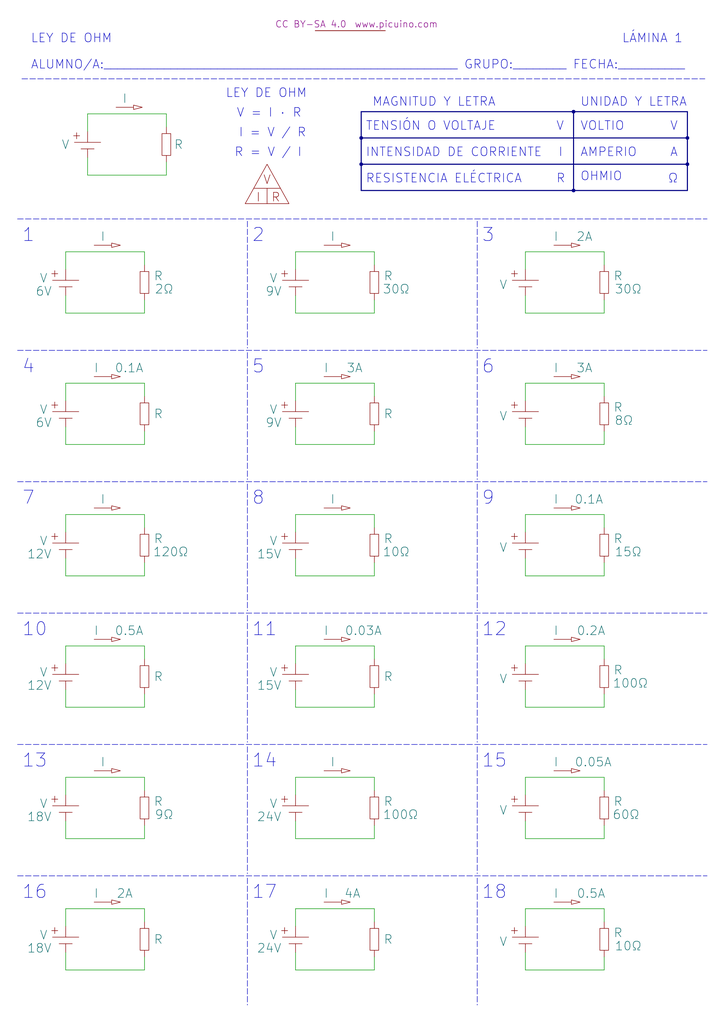
<source format=kicad_sch>
(kicad_sch (version 20211123) (generator eeschema)
  (paper "A4" portrait)
  (title_block (title "Ley de Ohm") (date "2021-05-15") (company "www.picuino.com") (comment 1 "Copyright (c) 2021 by Carlos Pardo") (comment 2 "License CC BY-SA 4.0"))
  (lib_symbols
    (symbol "electric-ley-ohm-inicio-rescue:CopyRight-simbolos" (pin_names (offset 1.016))
      (property "License" "CC BY-SA 4.0" (at -1.27 -1.27 0))
      (property "Web" "www.picuino.com" (at 0 -1.27 0))
      (symbol "CopyRight-simbolos_0_1"
        (polyline (pts (xy -10.16 0) (xy 10.16 0)) (stroke (width 0.2032)))
      )
    )
    (symbol "electric-ley-ohm-inicio-rescue:Ley_Ohm-simbolos" (pin_names (offset 1.016))
      (symbol "Ley_Ohm-simbolos_0_0"
        (text "I" (at -2.54 1.905 0) (effects (font (size 2.54 2.54))))
        (text "R" (at 2.54 1.905 0) (effects (font (size 2.54 2.54))))
        (text "V" (at 0 6.985 0) (effects (font (size 2.54 2.54))))
      )
      (symbol "Ley_Ohm-simbolos_0_1"
        (polyline (pts (xy -6.35 0) (xy 6.35 0)))
        (polyline (pts (xy -3.81 4.445) (xy 3.81 4.445)))
        (polyline (pts (xy 0 4.445) (xy 0 0)))
        (polyline (pts (xy -6.35 0) (xy 0 11.43) (xy 6.35 0)))
      )
    )
    (symbol "electric-ley-ohm-inicio-rescue:Pila-simbolos" (pin_names (offset 1.016))
      (property "Reference" "V" (at 5.08 -4.445 0))
      (symbol "Pila-simbolos_0_1"
        (polyline (pts (xy -4.064 -1.27) (xy -2.286 -1.27)))
        (polyline (pts (xy -3.81 -3.175) (xy 3.81 -3.175)))
        (polyline (pts (xy -3.175 -0.381) (xy -3.175 -2.159)))
        (polyline (pts (xy -1.905 -5.08) (xy 1.905 -5.08)))
      )
      (symbol "Pila-simbolos_1_1"
        (pin input line (at 0 -7.62 90) (length 2.54) (name "") (number ""))
        (pin input line (at 0 0 270) (length 3.175) (name "") (number ""))
      )
    )
    (symbol "electric-ley-ohm-inicio-rescue:current-simbolos" (pin_names (offset 1.016))
      (property "Reference" "I" (at 2.54 1.27 0))
      (symbol "current-simbolos_0_1"
        (polyline (pts (xy 0 0) (xy 5.08 0) (xy 5.08 0.635) (xy 7.62 0) (xy 5.08 -0.635) (xy 5.08 0)))
      )
    )
    (symbol "electric-ley-ohm-inicio-rescue:resistencia-simbolos" (pin_names (offset 1.016))
      (property "Reference" "R" (at 1.905 -5.08 0))
      (symbol "resistencia-simbolos_0_1"
        (rectangle (start -1.27 -1.905) (end 1.27 -8.255))
      )
      (symbol "resistencia-simbolos_1_1"
        (pin input line (at 0 -10.16 90) (length 1.905) (name "") (number ""))
        (pin input line (at 0 0 270) (length 1.905) (name "") (number ""))
      )
    )
  )
  (junction (at 104.775 47.625))
  (junction (at 166.37 55.245))
  (junction (at 199.39 47.625))
  (junction (at 199.39 40.005))
  (junction (at 166.37 32.385))
  (junction (at 104.775 40.005))
  (wire (pts (xy 19.05 243.205) (xy 41.91 243.205)))
  (polyline (pts (xy 138.43 216.535) (xy 138.43 253.365)))
  (wire (pts (xy 85.725 111.125) (xy 108.585 111.125)))
  (wire (pts (xy 108.585 281.305) (xy 108.585 277.495)))
  (wire (pts (xy 152.4 111.125) (xy 175.26 111.125)))
  (wire (pts (xy 85.725 85.725) (xy 85.725 90.805)))
  (polyline (pts (xy 138.43 178.435) (xy 138.43 215.265)))
  (wire (pts (xy 175.26 281.305) (xy 175.26 277.495)))
  (wire (pts (xy 85.725 192.405) (xy 85.725 187.325)))
  (polyline (pts (xy 138.43 64.135) (xy 138.43 100.965)))
  (wire (pts (xy 108.585 111.125) (xy 108.585 114.935)))
  (wire (pts (xy 152.4 78.105) (xy 152.4 73.025)))
  (wire (pts (xy 41.91 73.025) (xy 41.91 76.835)))
  (bus (pts (xy 104.775 32.385) (xy 104.775 40.005)))
  (wire (pts (xy 175.26 73.025) (xy 175.26 76.835)))
  (wire (pts (xy 108.585 73.025) (xy 108.585 76.835)))
  (wire (pts (xy 41.91 187.325) (xy 41.91 191.135)))
  (bus (pts (xy 104.775 47.625) (xy 104.775 55.245)))
  (wire (pts (xy 48.26 50.8) (xy 48.26 46.99)))
  (wire (pts (xy 152.4 268.605) (xy 152.4 263.525)))
  (wire (pts (xy 175.26 90.805) (xy 175.26 86.995)))
  (polyline (pts (xy 5.08 177.8) (xy 205.105 177.8)))
  (wire (pts (xy 19.05 268.605) (xy 19.05 263.525)))
  (bus (pts (xy 104.775 40.005) (xy 199.39 40.005)))
  (wire (pts (xy 85.725 225.425) (xy 108.585 225.425)))
  (wire (pts (xy 175.26 111.125) (xy 175.26 114.935)))
  (polyline (pts (xy 5.08 215.9) (xy 205.105 215.9)))
  (wire (pts (xy 19.05 90.805) (xy 41.91 90.805)))
  (wire (pts (xy 19.05 116.205) (xy 19.05 111.125)))
  (wire (pts (xy 108.585 167.005) (xy 108.585 163.195)))
  (wire (pts (xy 108.585 90.805) (xy 108.585 86.995)))
  (wire (pts (xy 152.4 90.805) (xy 175.26 90.805)))
  (bus (pts (xy 166.37 32.385) (xy 199.39 32.385)))
  (wire (pts (xy 19.05 123.825) (xy 19.05 128.905)))
  (wire (pts (xy 85.725 238.125) (xy 85.725 243.205)))
  (wire (pts (xy 85.725 187.325) (xy 108.585 187.325)))
  (wire (pts (xy 41.91 243.205) (xy 41.91 239.395)))
  (wire (pts (xy 85.725 149.225) (xy 108.585 149.225)))
  (wire (pts (xy 19.05 192.405) (xy 19.05 187.325)))
  (wire (pts (xy 19.05 78.105) (xy 19.05 73.025)))
  (wire (pts (xy 48.26 33.02) (xy 48.26 36.83)))
  (wire (pts (xy 152.4 205.105) (xy 175.26 205.105)))
  (wire (pts (xy 85.725 123.825) (xy 85.725 128.905)))
  (wire (pts (xy 152.4 123.825) (xy 152.4 128.905)))
  (wire (pts (xy 85.725 90.805) (xy 108.585 90.805)))
  (bus (pts (xy 199.39 47.625) (xy 199.39 55.245)))
  (wire (pts (xy 41.91 149.225) (xy 41.91 153.035)))
  (polyline (pts (xy 6.35 22.86) (xy 204.47 22.86)))
  (wire (pts (xy 85.725 161.925) (xy 85.725 167.005)))
  (wire (pts (xy 19.05 263.525) (xy 41.91 263.525)))
  (wire (pts (xy 152.4 167.005) (xy 175.26 167.005)))
  (bus (pts (xy 166.37 32.385) (xy 166.37 55.245)))
  (wire (pts (xy 85.725 281.305) (xy 108.585 281.305)))
  (wire (pts (xy 19.05 154.305) (xy 19.05 149.225)))
  (wire (pts (xy 152.4 149.225) (xy 175.26 149.225)))
  (polyline (pts (xy 5.08 139.7) (xy 205.105 139.7)))
  (wire (pts (xy 85.725 276.225) (xy 85.725 281.305)))
  (wire (pts (xy 152.4 73.025) (xy 175.26 73.025)))
  (wire (pts (xy 152.4 281.305) (xy 175.26 281.305)))
  (wire (pts (xy 25.4 45.72) (xy 25.4 50.8)))
  (polyline (pts (xy 71.755 64.135) (xy 71.755 100.965)))
  (wire (pts (xy 152.4 276.225) (xy 152.4 281.305)))
  (wire (pts (xy 152.4 230.505) (xy 152.4 225.425)))
  (wire (pts (xy 19.05 205.105) (xy 41.91 205.105)))
  (wire (pts (xy 41.91 225.425) (xy 41.91 229.235)))
  (wire (pts (xy 41.91 128.905) (xy 41.91 125.095)))
  (polyline (pts (xy 5.08 101.6) (xy 205.105 101.6)))
  (wire (pts (xy 152.4 225.425) (xy 175.26 225.425)))
  (wire (pts (xy 175.26 225.425) (xy 175.26 229.235)))
  (wire (pts (xy 108.585 225.425) (xy 108.585 229.235)))
  (wire (pts (xy 41.91 263.525) (xy 41.91 267.335)))
  (wire (pts (xy 108.585 128.905) (xy 108.585 125.095)))
  (wire (pts (xy 85.725 154.305) (xy 85.725 149.225)))
  (bus (pts (xy 104.775 55.245) (xy 166.37 55.245)))
  (wire (pts (xy 19.05 230.505) (xy 19.05 225.425)))
  (bus (pts (xy 199.39 32.385) (xy 199.39 40.005)))
  (wire (pts (xy 85.725 200.025) (xy 85.725 205.105)))
  (wire (pts (xy 19.05 281.305) (xy 41.91 281.305)))
  (wire (pts (xy 85.725 243.205) (xy 108.585 243.205)))
  (polyline (pts (xy 71.755 140.335) (xy 71.755 177.165)))
  (wire (pts (xy 175.26 205.105) (xy 175.26 201.295)))
  (wire (pts (xy 41.91 90.805) (xy 41.91 86.995)))
  (bus (pts (xy 104.775 47.625) (xy 199.39 47.625)))
  (wire (pts (xy 85.725 205.105) (xy 108.585 205.105)))
  (wire (pts (xy 152.4 243.205) (xy 175.26 243.205)))
  (wire (pts (xy 41.91 281.305) (xy 41.91 277.495)))
  (wire (pts (xy 19.05 128.905) (xy 41.91 128.905)))
  (wire (pts (xy 152.4 128.905) (xy 175.26 128.905)))
  (polyline (pts (xy 138.43 254.635) (xy 138.43 291.465)))
  (wire (pts (xy 85.725 263.525) (xy 108.585 263.525)))
  (polyline (pts (xy 71.755 102.235) (xy 71.755 139.065)))
  (wire (pts (xy 152.4 85.725) (xy 152.4 90.805)))
  (wire (pts (xy 19.05 85.725) (xy 19.05 90.805)))
  (wire (pts (xy 19.05 73.025) (xy 41.91 73.025)))
  (wire (pts (xy 85.725 128.905) (xy 108.585 128.905)))
  (wire (pts (xy 19.05 225.425) (xy 41.91 225.425)))
  (wire (pts (xy 152.4 161.925) (xy 152.4 167.005)))
  (wire (pts (xy 152.4 187.325) (xy 175.26 187.325)))
  (polyline (pts (xy 138.43 102.235) (xy 138.43 139.065)))
  (wire (pts (xy 85.725 78.105) (xy 85.725 73.025)))
  (polyline (pts (xy 5.08 254) (xy 205.105 254)))
  (wire (pts (xy 175.26 167.005) (xy 175.26 163.195)))
  (wire (pts (xy 85.725 268.605) (xy 85.725 263.525)))
  (wire (pts (xy 19.05 238.125) (xy 19.05 243.205)))
  (wire (pts (xy 41.91 205.105) (xy 41.91 201.295)))
  (polyline (pts (xy 71.755 178.435) (xy 71.755 215.265)))
  (wire (pts (xy 175.26 128.905) (xy 175.26 125.095)))
  (wire (pts (xy 19.05 276.225) (xy 19.05 281.305)))
  (wire (pts (xy 85.725 230.505) (xy 85.725 225.425)))
  (wire (pts (xy 152.4 192.405) (xy 152.4 187.325)))
  (wire (pts (xy 25.4 33.02) (xy 48.26 33.02)))
  (wire (pts (xy 152.4 116.205) (xy 152.4 111.125)))
  (wire (pts (xy 25.4 38.1) (xy 25.4 33.02)))
  (wire (pts (xy 25.4 50.8) (xy 48.26 50.8)))
  (bus (pts (xy 104.775 32.385) (xy 166.37 32.385)))
  (wire (pts (xy 152.4 263.525) (xy 175.26 263.525)))
  (wire (pts (xy 85.725 116.205) (xy 85.725 111.125)))
  (wire (pts (xy 175.26 263.525) (xy 175.26 267.335)))
  (wire (pts (xy 175.26 149.225) (xy 175.26 153.035)))
  (wire (pts (xy 108.585 187.325) (xy 108.585 191.135)))
  (wire (pts (xy 19.05 167.005) (xy 41.91 167.005)))
  (bus (pts (xy 166.37 55.245) (xy 199.39 55.245)))
  (polyline (pts (xy 71.755 254.635) (xy 71.755 291.465)))
  (wire (pts (xy 19.05 161.925) (xy 19.05 167.005)))
  (wire (pts (xy 85.725 167.005) (xy 108.585 167.005)))
  (polyline (pts (xy 71.755 216.535) (xy 71.755 253.365)))
  (wire (pts (xy 108.585 205.105) (xy 108.585 201.295)))
  (wire (pts (xy 19.05 111.125) (xy 41.91 111.125)))
  (wire (pts (xy 19.05 200.025) (xy 19.05 205.105)))
  (wire (pts (xy 85.725 73.025) (xy 108.585 73.025)))
  (wire (pts (xy 108.585 243.205) (xy 108.585 239.395)))
  (wire (pts (xy 19.05 149.225) (xy 41.91 149.225)))
  (bus (pts (xy 199.39 40.005) (xy 199.39 47.625)))
  (wire (pts (xy 108.585 263.525) (xy 108.585 267.335)))
  (polyline (pts (xy 138.43 140.335) (xy 138.43 177.165)))
  (wire (pts (xy 152.4 238.125) (xy 152.4 243.205)))
  (bus (pts (xy 104.775 40.005) (xy 104.775 47.625)))
  (wire (pts (xy 152.4 200.025) (xy 152.4 205.105)))
  (wire (pts (xy 175.26 243.205) (xy 175.26 239.395)))
  (polyline (pts (xy 5.08 63.5) (xy 205.105 63.5)))
  (wire (pts (xy 41.91 167.005) (xy 41.91 163.195)))
  (wire (pts (xy 108.585 149.225) (xy 108.585 153.035)))
  (wire (pts (xy 41.91 111.125) (xy 41.91 114.935)))
  (wire (pts (xy 152.4 154.305) (xy 152.4 149.225)))
  (wire (pts (xy 175.26 187.325) (xy 175.26 191.135)))
  (wire (pts (xy 19.05 187.325) (xy 41.91 187.325)))
  (text "INTENSIDAD DE CORRIENTE\n" (at 106.045 45.72 0) (effects (font (size 2.54 2.54)) (justify left bottom)))
  (text "I = V / R" (at 69.215 40.005 0) (effects (font (size 2.54 2.54)) (justify left bottom)))
  (text "ALUMNO/A:_____________________________________________________ GRUPO:________ FECHA:__________" (at 8.89 20.32 0) (effects (font (size 2.54 2.54)) (justify left bottom)))
  (text "MAGNITUD Y LETRA" (at 107.95 31.115 0) (effects (font (size 2.54 2.54)) (justify left bottom)))
  (text "8" (at 73.025 146.685 0) (effects (font (size 3.81 3.81)) (justify left bottom)))
  (text "2" (at 73.025 70.485 0) (effects (font (size 3.81 3.81)) (justify left bottom)))
  (text "OHMIO\n" (at 168.275 52.705 0) (effects (font (size 2.54 2.54)) (justify left bottom)))
  (text "UNIDAD Y LETRA" (at 168.275 31.115 0) (effects (font (size 2.54 2.54)) (justify left bottom)))
  (text "RESISTENCIA ELÉCTRICA" (at 106.045 53.34 0) (effects (font (size 2.54 2.54)) (justify left bottom)))
  (text "13" (at 6.35 222.885 0) (effects (font (size 3.81 3.81)) (justify left bottom)))
  (text "LEY DE OHM\n" (at 8.89 12.7 0) (effects (font (size 2.54 2.54)) (justify left bottom)))
  (text "18" (at 139.7 260.985 0) (effects (font (size 3.81 3.81)) (justify left bottom)))
  (text "14" (at 73.025 222.885 0) (effects (font (size 3.81 3.81)) (justify left bottom)))
  (text "V" (at 194.31 38.1 0) (effects (font (size 2.54 2.54)) (justify left bottom)))
  (text "VOLTIO" (at 168.275 38.1 0) (effects (font (size 2.54 2.54)) (justify left bottom)))
  (text "R" (at 161.29 53.34 0) (effects (font (size 2.54 2.54)) (justify left bottom)))
  (text "V = I · R" (at 68.58 34.29 0) (effects (font (size 2.54 2.54)) (justify left bottom)))
  (text "5" (at 73.025 108.585 0) (effects (font (size 3.81 3.81)) (justify left bottom)))
  (text "LEY DE OHM" (at 65.405 28.575 0) (effects (font (size 2.54 2.54)) (justify left bottom)))
  (text "6" (at 139.7 108.585 0) (effects (font (size 3.81 3.81)) (justify left bottom)))
  (text "12" (at 139.7 184.785 0) (effects (font (size 3.81 3.81)) (justify left bottom)))
  (text "7" (at 6.35 146.685 0) (effects (font (size 3.81 3.81)) (justify left bottom)))
  (text "V" (at 161.29 38.1 0) (effects (font (size 2.54 2.54)) (justify left bottom)))
  (text "15" (at 139.7 222.885 0) (effects (font (size 3.81 3.81)) (justify left bottom)))
  (text "I" (at 161.925 45.72 0) (effects (font (size 2.54 2.54)) (justify left bottom)))
  (text "A" (at 194.31 45.72 0) (effects (font (size 2.54 2.54)) (justify left bottom)))
  (text "1" (at 6.35 70.485 0) (effects (font (size 3.81 3.81)) (justify left bottom)))
  (text "AMPERIO" (at 168.275 45.72 0) (effects (font (size 2.54 2.54)) (justify left bottom)))
  (text "TENSIÓN O VOLTAJE" (at 106.045 38.1 0) (effects (font (size 2.54 2.54)) (justify left bottom)))
  (text "3" (at 139.7 70.485 0) (effects (font (size 3.81 3.81)) (justify left bottom)))
  (text "10" (at 6.35 184.785 0) (effects (font (size 3.81 3.81)) (justify left bottom)))
  (text "Ω" (at 193.675 53.34 0) (effects (font (size 2.54 2.54)) (justify left bottom)))
  (text "4" (at 6.35 108.585 0) (effects (font (size 3.81 3.81)) (justify left bottom)))
  (text "LÁMINA 1\n" (at 198.12 12.7 180) (effects (font (size 2.54 2.54)) (justify right bottom)))
  (text "9" (at 139.7 146.685 0) (effects (font (size 3.81 3.81)) (justify left bottom)))
  (text "R = V / I" (at 67.945 45.72 0) (effects (font (size 2.54 2.54)) (justify left bottom)))
  (text "17" (at 73.025 260.985 0) (effects (font (size 3.81 3.81)) (justify left bottom)))
  (text "16" (at 6.35 260.985 0) (effects (font (size 3.81 3.81)) (justify left bottom)))
  (text "11" (at 73.025 184.785 0) (effects (font (size 3.81 3.81)) (justify left bottom)))
  (symbol (lib_id "electric-ley-ohm-inicio-rescue:resistencia-simbolos") (at 48.26 36.83 0) (unit 1)
    (property "Reference" "R" (at 50.3174 41.91 0) (effects (font (size 2.54 2.54)) (justify left)))
    (property "Value" "resistencia" (effects hide))
  )
  (symbol (lib_id "electric-ley-ohm-inicio-rescue:Pila-simbolos") (at 25.4 38.1 0) (unit 1)
    (property "Reference" "V" (at 20.32 41.91 0) (effects (font (size 2.54 2.54)) (justify right)))
    (property "Value" "Pila" (effects hide))
  )
  (symbol (lib_id "electric-ley-ohm-inicio-rescue:current-simbolos") (at 33.655 31.115 0) (unit 1)
    (property "Reference" "I" (at 36.195 28.575 0) (effects (font (size 2.54 2.54))))
    (property "Value" "current" (effects hide))
  )
  (symbol (lib_id "electric-ley-ohm-inicio-rescue:CopyRight-simbolos") (at 101.6 8.89 0) (unit 1)
    (property "Reference" "CP?" (effects hide))
    (property "Value" "CopyRight" (effects hide))
    (property "License" "CC BY-SA 4.0" (at 90.17 6.985 0) (effects (font (size 1.905 1.905))))
    (property "Web" "www.picuino.com" (at 114.935 6.985 0) (effects (font (size 1.905 1.905))))
  )
  (symbol (lib_id "electric-ley-ohm-inicio-rescue:Ley_Ohm-simbolos") (at 77.47 59.055 0) (unit 1)
    (property "Reference" "L?" (effects hide))
    (property "Value" "Ley_Ohm" (effects hide))
  )
  (symbol (lib_id "electric-ley-ohm-inicio-rescue:resistencia-simbolos") (at 41.91 76.835 0) (unit 1)
    (property "Reference" "R" (at 44.45 80.01 0) (effects (font (size 2.54 2.54)) (justify left)))
    (property "Value" "2Ω" (at 47.625 83.82 0) (effects (font (size 2.54 2.54))))
  )
  (symbol (lib_id "electric-ley-ohm-inicio-rescue:Pila-simbolos") (at 19.05 78.105 0) (unit 1)
    (property "Reference" "V" (at 13.97 80.645 0) (effects (font (size 2.54 2.54)) (justify right)))
    (property "Value" "6V" (at 12.7 84.455 0) (effects (font (size 2.54 2.54))))
  )
  (symbol (lib_id "electric-ley-ohm-inicio-rescue:current-simbolos") (at 27.305 71.12 0) (unit 1)
    (property "Reference" "I" (at 29.845 68.58 0) (effects (font (size 2.54 2.54))))
    (property "Value" "current" (effects hide))
  )
  (symbol (lib_id "electric-ley-ohm-inicio-rescue:resistencia-simbolos") (at 41.91 114.935 0) (unit 1)
    (property "Reference" "R" (at 44.45 120.015 0) (effects (font (size 2.54 2.54)) (justify left)))
    (property "Value" "2Ω" (effects hide))
  )
  (symbol (lib_id "electric-ley-ohm-inicio-rescue:Pila-simbolos") (at 19.05 116.205 0) (unit 1)
    (property "Reference" "V" (at 13.97 118.745 0) (effects (font (size 2.54 2.54)) (justify right)))
    (property "Value" "6V" (at 12.7 122.555 0) (effects (font (size 2.54 2.54))))
  )
  (symbol (lib_id "electric-ley-ohm-inicio-rescue:current-simbolos") (at 27.305 109.22 0) (unit 1)
    (property "Reference" "I" (at 27.94 106.68 0) (effects (font (size 2.54 2.54))))
    (property "Value" "0.1A" (at 37.465 106.68 0) (effects (font (size 2.54 2.54))))
  )
  (symbol (lib_id "electric-ley-ohm-inicio-rescue:resistencia-simbolos") (at 41.91 153.035 0) (unit 1)
    (property "Reference" "R" (at 44.45 156.21 0) (effects (font (size 2.54 2.54)) (justify left)))
    (property "Value" "120Ω" (at 49.53 160.02 0) (effects (font (size 2.54 2.54))))
  )
  (symbol (lib_id "electric-ley-ohm-inicio-rescue:Pila-simbolos") (at 19.05 154.305 0) (unit 1)
    (property "Reference" "V" (at 13.97 156.845 0) (effects (font (size 2.54 2.54)) (justify right)))
    (property "Value" "12V" (at 11.43 160.655 0) (effects (font (size 2.54 2.54))))
  )
  (symbol (lib_id "electric-ley-ohm-inicio-rescue:current-simbolos") (at 27.305 147.32 0) (unit 1)
    (property "Reference" "I" (at 29.845 144.78 0) (effects (font (size 2.54 2.54))))
    (property "Value" "current" (effects hide))
  )
  (symbol (lib_id "electric-ley-ohm-inicio-rescue:Pila-simbolos") (at 19.05 192.405 0) (unit 1)
    (property "Reference" "V" (at 13.97 194.945 0) (effects (font (size 2.54 2.54)) (justify right)))
    (property "Value" "12V" (at 11.43 198.755 0) (effects (font (size 2.54 2.54))))
  )
  (symbol (lib_id "electric-ley-ohm-inicio-rescue:resistencia-simbolos") (at 41.91 229.235 0) (unit 1)
    (property "Reference" "R" (at 44.45 232.41 0) (effects (font (size 2.54 2.54)) (justify left)))
    (property "Value" "9Ω" (at 47.625 236.22 0) (effects (font (size 2.54 2.54))))
  )
  (symbol (lib_id "electric-ley-ohm-inicio-rescue:Pila-simbolos") (at 19.05 230.505 0) (unit 1)
    (property "Reference" "V" (at 13.97 233.045 0) (effects (font (size 2.54 2.54)) (justify right)))
    (property "Value" "18V" (at 11.43 236.855 0) (effects (font (size 2.54 2.54))))
  )
  (symbol (lib_id "electric-ley-ohm-inicio-rescue:current-simbolos") (at 27.305 223.52 0) (unit 1)
    (property "Reference" "I" (at 29.845 220.98 0) (effects (font (size 2.54 2.54))))
    (property "Value" "current" (effects hide))
  )
  (symbol (lib_id "electric-ley-ohm-inicio-rescue:Pila-simbolos") (at 19.05 268.605 0) (unit 1)
    (property "Reference" "V" (at 13.97 271.145 0) (effects (font (size 2.54 2.54)) (justify right)))
    (property "Value" "18V" (at 11.43 274.955 0) (effects (font (size 2.54 2.54))))
  )
  (symbol (lib_id "electric-ley-ohm-inicio-rescue:resistencia-simbolos") (at 108.585 76.835 0) (unit 1)
    (property "Reference" "R" (at 111.125 80.01 0) (effects (font (size 2.54 2.54)) (justify left)))
    (property "Value" "30Ω" (at 114.935 83.82 0) (effects (font (size 2.54 2.54))))
  )
  (symbol (lib_id "electric-ley-ohm-inicio-rescue:Pila-simbolos") (at 85.725 78.105 0) (unit 1)
    (property "Reference" "V" (at 80.645 80.645 0) (effects (font (size 2.54 2.54)) (justify right)))
    (property "Value" "9V" (at 79.375 84.455 0) (effects (font (size 2.54 2.54))))
  )
  (symbol (lib_id "electric-ley-ohm-inicio-rescue:current-simbolos") (at 93.98 71.12 0) (unit 1)
    (property "Reference" "I" (at 96.52 68.58 0) (effects (font (size 2.54 2.54))))
    (property "Value" "current" (effects hide))
  )
  (symbol (lib_id "electric-ley-ohm-inicio-rescue:resistencia-simbolos") (at 108.585 114.935 0) (unit 1)
    (property "Reference" "R" (at 111.125 120.015 0) (effects (font (size 2.54 2.54)) (justify left)))
    (property "Value" "2Ω" (effects hide))
  )
  (symbol (lib_id "electric-ley-ohm-inicio-rescue:Pila-simbolos") (at 85.725 116.205 0) (unit 1)
    (property "Reference" "V" (at 80.645 118.745 0) (effects (font (size 2.54 2.54)) (justify right)))
    (property "Value" "9V" (at 79.375 122.555 0) (effects (font (size 2.54 2.54))))
  )
  (symbol (lib_id "electric-ley-ohm-inicio-rescue:current-simbolos") (at 93.98 109.22 0) (unit 1)
    (property "Reference" "I" (at 94.615 106.68 0) (effects (font (size 2.54 2.54))))
    (property "Value" "3A" (at 102.87 106.68 0) (effects (font (size 2.54 2.54))))
  )
  (symbol (lib_id "electric-ley-ohm-inicio-rescue:resistencia-simbolos") (at 108.585 153.035 0) (unit 1)
    (property "Reference" "R" (at 111.125 156.21 0) (effects (font (size 2.54 2.54)) (justify left)))
    (property "Value" "10Ω" (at 114.935 160.02 0) (effects (font (size 2.54 2.54))))
  )
  (symbol (lib_id "electric-ley-ohm-inicio-rescue:Pila-simbolos") (at 85.725 154.305 0) (unit 1)
    (property "Reference" "V" (at 80.645 156.845 0) (effects (font (size 2.54 2.54)) (justify right)))
    (property "Value" "15V" (at 78.105 160.655 0) (effects (font (size 2.54 2.54))))
  )
  (symbol (lib_id "electric-ley-ohm-inicio-rescue:current-simbolos") (at 93.98 147.32 0) (unit 1)
    (property "Reference" "I" (at 96.52 144.78 0) (effects (font (size 2.54 2.54))))
    (property "Value" "current" (effects hide))
  )
  (symbol (lib_id "electric-ley-ohm-inicio-rescue:Pila-simbolos") (at 85.725 192.405 0) (unit 1)
    (property "Reference" "V" (at 80.645 194.945 0) (effects (font (size 2.54 2.54)) (justify right)))
    (property "Value" "15V" (at 78.105 198.755 0) (effects (font (size 2.54 2.54))))
  )
  (symbol (lib_id "electric-ley-ohm-inicio-rescue:resistencia-simbolos") (at 108.585 229.235 0) (unit 1)
    (property "Reference" "R" (at 111.125 232.41 0) (effects (font (size 2.54 2.54)) (justify left)))
    (property "Value" "100Ω" (at 116.205 236.22 0) (effects (font (size 2.54 2.54))))
  )
  (symbol (lib_id "electric-ley-ohm-inicio-rescue:Pila-simbolos") (at 85.725 230.505 0) (unit 1)
    (property "Reference" "V" (at 80.645 233.045 0) (effects (font (size 2.54 2.54)) (justify right)))
    (property "Value" "24V" (at 78.105 236.855 0) (effects (font (size 2.54 2.54))))
  )
  (symbol (lib_id "electric-ley-ohm-inicio-rescue:current-simbolos") (at 93.98 223.52 0) (unit 1)
    (property "Reference" "I" (at 96.52 220.98 0) (effects (font (size 2.54 2.54))))
    (property "Value" "current" (effects hide))
  )
  (symbol (lib_id "electric-ley-ohm-inicio-rescue:Pila-simbolos") (at 85.725 268.605 0) (unit 1)
    (property "Reference" "V" (at 80.645 271.145 0) (effects (font (size 2.54 2.54)) (justify right)))
    (property "Value" "24V" (at 78.105 274.955 0) (effects (font (size 2.54 2.54))))
  )
  (symbol (lib_id "electric-ley-ohm-inicio-rescue:resistencia-simbolos") (at 175.26 76.835 0) (unit 1)
    (property "Reference" "R" (at 177.8 80.01 0) (effects (font (size 2.54 2.54)) (justify left)))
    (property "Value" "30Ω" (at 182.245 83.82 0) (effects (font (size 2.54 2.54))))
  )
  (symbol (lib_id "electric-ley-ohm-inicio-rescue:Pila-simbolos") (at 152.4 78.105 0) (unit 1)
    (property "Reference" "V" (at 147.32 82.55 0) (effects (font (size 2.54 2.54)) (justify right)))
    (property "Value" "6V" (effects hide))
  )
  (symbol (lib_id "electric-ley-ohm-inicio-rescue:resistencia-simbolos") (at 175.26 114.935 0) (unit 1)
    (property "Reference" "R" (at 177.8 118.11 0) (effects (font (size 2.54 2.54)) (justify left)))
    (property "Value" "8Ω" (at 180.975 121.92 0) (effects (font (size 2.54 2.54))))
  )
  (symbol (lib_id "electric-ley-ohm-inicio-rescue:resistencia-simbolos") (at 175.26 153.035 0) (unit 1)
    (property "Reference" "R" (at 177.8 156.21 0) (effects (font (size 2.54 2.54)) (justify left)))
    (property "Value" "15Ω" (at 182.245 160.02 0) (effects (font (size 2.54 2.54))))
  )
  (symbol (lib_id "electric-ley-ohm-inicio-rescue:resistencia-simbolos") (at 175.26 191.135 0) (unit 1)
    (property "Reference" "R" (at 177.8 194.31 0) (effects (font (size 2.54 2.54)) (justify left)))
    (property "Value" "100Ω" (at 182.88 198.12 0) (effects (font (size 2.54 2.54))))
  )
  (symbol (lib_id "electric-ley-ohm-inicio-rescue:resistencia-simbolos") (at 175.26 229.235 0) (unit 1)
    (property "Reference" "R" (at 177.8 232.41 0) (effects (font (size 2.54 2.54)) (justify left)))
    (property "Value" "60Ω" (at 181.61 236.22 0) (effects (font (size 2.54 2.54))))
  )
  (symbol (lib_id "electric-ley-ohm-inicio-rescue:resistencia-simbolos") (at 175.26 267.335 0) (unit 1)
    (property "Reference" "R" (at 177.8 270.51 0) (effects (font (size 2.54 2.54)) (justify left)))
    (property "Value" "10Ω" (at 182.245 274.32 0) (effects (font (size 2.54 2.54))))
  )
  (symbol (lib_id "electric-ley-ohm-inicio-rescue:current-simbolos") (at 27.305 185.42 0) (unit 1)
    (property "Reference" "I" (at 27.94 182.88 0) (effects (font (size 2.54 2.54))))
    (property "Value" "0.5A" (at 37.465 182.88 0) (effects (font (size 2.54 2.54))))
  )
  (symbol (lib_id "electric-ley-ohm-inicio-rescue:resistencia-simbolos") (at 41.91 191.135 0) (unit 1)
    (property "Reference" "R" (at 44.45 196.215 0) (effects (font (size 2.54 2.54)) (justify left)))
    (property "Value" "2Ω" (effects hide))
  )
  (symbol (lib_id "electric-ley-ohm-inicio-rescue:current-simbolos") (at 93.98 185.42 0) (unit 1)
    (property "Reference" "I" (at 94.615 182.88 0) (effects (font (size 2.54 2.54))))
    (property "Value" "0.03A" (at 105.41 182.88 0) (effects (font (size 2.54 2.54))))
  )
  (symbol (lib_id "electric-ley-ohm-inicio-rescue:resistencia-simbolos") (at 108.585 191.135 0) (unit 1)
    (property "Reference" "R" (at 111.125 196.215 0) (effects (font (size 2.54 2.54)) (justify left)))
    (property "Value" "2Ω" (effects hide))
  )
  (symbol (lib_id "electric-ley-ohm-inicio-rescue:resistencia-simbolos") (at 41.91 267.335 0) (unit 1)
    (property "Reference" "R" (at 44.45 272.415 0) (effects (font (size 2.54 2.54)) (justify left)))
    (property "Value" "2Ω" (effects hide))
  )
  (symbol (lib_id "electric-ley-ohm-inicio-rescue:resistencia-simbolos") (at 108.585 267.335 0) (unit 1)
    (property "Reference" "R" (at 111.125 272.415 0) (effects (font (size 2.54 2.54)) (justify left)))
    (property "Value" "2Ω" (effects hide))
  )
  (symbol (lib_id "electric-ley-ohm-inicio-rescue:current-simbolos") (at 27.305 261.62 0) (unit 1)
    (property "Reference" "I" (at 27.94 259.08 0) (effects (font (size 2.54 2.54))))
    (property "Value" "2A" (at 36.195 259.08 0) (effects (font (size 2.54 2.54))))
  )
  (symbol (lib_id "electric-ley-ohm-inicio-rescue:current-simbolos") (at 93.98 261.62 0) (unit 1)
    (property "Reference" "I" (at 94.615 259.08 0) (effects (font (size 2.54 2.54))))
    (property "Value" "4A" (at 102.235 259.08 0) (effects (font (size 2.54 2.54))))
  )
  (symbol (lib_id "electric-ley-ohm-inicio-rescue:Pila-simbolos") (at 152.4 116.205 0) (unit 1)
    (property "Reference" "V" (at 147.32 120.65 0) (effects (font (size 2.54 2.54)) (justify right)))
    (property "Value" "6V" (effects hide))
  )
  (symbol (lib_id "electric-ley-ohm-inicio-rescue:Pila-simbolos") (at 152.4 154.305 0) (unit 1)
    (property "Reference" "V" (at 147.32 158.75 0) (effects (font (size 2.54 2.54)) (justify right)))
    (property "Value" "6V" (effects hide))
  )
  (symbol (lib_id "electric-ley-ohm-inicio-rescue:Pila-simbolos") (at 152.4 192.405 0) (unit 1)
    (property "Reference" "V" (at 147.32 196.85 0) (effects (font (size 2.54 2.54)) (justify right)))
    (property "Value" "6V" (effects hide))
  )
  (symbol (lib_id "electric-ley-ohm-inicio-rescue:Pila-simbolos") (at 152.4 230.505 0) (unit 1)
    (property "Reference" "V" (at 147.32 234.95 0) (effects (font (size 2.54 2.54)) (justify right)))
    (property "Value" "6V" (effects hide))
  )
  (symbol (lib_id "electric-ley-ohm-inicio-rescue:Pila-simbolos") (at 152.4 268.605 0) (unit 1)
    (property "Reference" "V" (at 147.32 273.05 0) (effects (font (size 2.54 2.54)) (justify right)))
    (property "Value" "6V" (effects hide))
  )
  (symbol (lib_id "electric-ley-ohm-inicio-rescue:current-simbolos") (at 160.655 71.12 0) (unit 1)
    (property "Reference" "I" (at 161.29 68.58 0) (effects (font (size 2.54 2.54))))
    (property "Value" "2A" (at 169.545 68.58 0) (effects (font (size 2.54 2.54))))
  )
  (symbol (lib_id "electric-ley-ohm-inicio-rescue:current-simbolos") (at 160.655 109.22 0) (unit 1)
    (property "Reference" "I" (at 161.29 106.68 0) (effects (font (size 2.54 2.54))))
    (property "Value" "3A" (at 169.545 106.68 0) (effects (font (size 2.54 2.54))))
  )
  (symbol (lib_id "electric-ley-ohm-inicio-rescue:current-simbolos") (at 160.655 147.32 0) (unit 1)
    (property "Reference" "I" (at 161.29 144.78 0) (effects (font (size 2.54 2.54))))
    (property "Value" "0.1A" (at 170.815 144.78 0) (effects (font (size 2.54 2.54))))
  )
  (symbol (lib_id "electric-ley-ohm-inicio-rescue:current-simbolos") (at 160.655 185.42 0) (unit 1)
    (property "Reference" "I" (at 161.29 182.88 0) (effects (font (size 2.54 2.54))))
    (property "Value" "0.2A" (at 171.45 182.88 0) (effects (font (size 2.54 2.54))))
  )
  (symbol (lib_id "electric-ley-ohm-inicio-rescue:current-simbolos") (at 160.655 223.52 0) (unit 1)
    (property "Reference" "I" (at 161.29 220.98 0) (effects (font (size 2.54 2.54))))
    (property "Value" "0.05A" (at 172.085 220.98 0) (effects (font (size 2.54 2.54))))
  )
  (symbol (lib_id "electric-ley-ohm-inicio-rescue:current-simbolos") (at 160.655 261.62 0) (unit 1)
    (property "Reference" "I" (at 161.29 259.08 0) (effects (font (size 2.54 2.54))))
    (property "Value" "0.5A" (at 171.45 259.08 0) (effects (font (size 2.54 2.54))))
  )
  (sheet (at 254 19.05) (size 63.5 43.815)
    (property "Sheet name" "Ley de Ohm 2" (at 254 17.7034 0) (effects (font (size 2.54 2.54)) (justify left bottom)))
    (property "Sheet file" "electric-ley-ohm-inicio-02.kicad_sch" (at 254 63.9576 0) (effects (font (size 2.54 2.54)) (justify left top)))
  )
)
</source>
